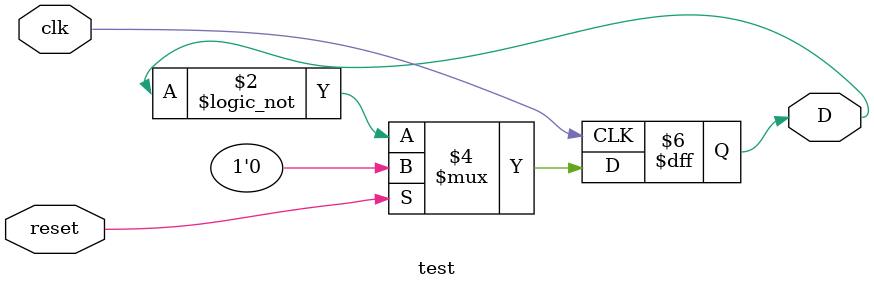
<source format=v>
module test (
	input clk,
	input reset,
	output reg D
);

	always @ (posedge clk)
	begin
	if (reset)
		D <= 1'b0;
	else
		D <= !D;
	end
	
endmodule 
</source>
